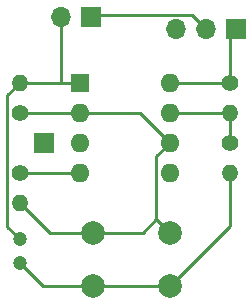
<source format=gtl>
%TF.GenerationSoftware,KiCad,Pcbnew,7.0.10*%
%TF.CreationDate,2024-01-13T01:29:39-05:00*%
%TF.ProjectId,555_toggle-switch,3535355f-746f-4676-976c-652d73776974,rev?*%
%TF.SameCoordinates,Original*%
%TF.FileFunction,Copper,L1,Top*%
%TF.FilePolarity,Positive*%
%FSLAX46Y46*%
G04 Gerber Fmt 4.6, Leading zero omitted, Abs format (unit mm)*
G04 Created by KiCad (PCBNEW 7.0.10) date 2024-01-13 01:29:39*
%MOMM*%
%LPD*%
G01*
G04 APERTURE LIST*
%TA.AperFunction,ComponentPad*%
%ADD10R,1.700000X1.700000*%
%TD*%
%TA.AperFunction,ComponentPad*%
%ADD11O,1.700000X1.700000*%
%TD*%
%TA.AperFunction,ComponentPad*%
%ADD12R,1.600000X1.600000*%
%TD*%
%TA.AperFunction,ComponentPad*%
%ADD13O,1.600000X1.600000*%
%TD*%
%TA.AperFunction,ComponentPad*%
%ADD14C,1.400000*%
%TD*%
%TA.AperFunction,ComponentPad*%
%ADD15O,1.400000X1.400000*%
%TD*%
%TA.AperFunction,ComponentPad*%
%ADD16C,1.200000*%
%TD*%
%TA.AperFunction,ComponentPad*%
%ADD17C,2.000000*%
%TD*%
%TA.AperFunction,Conductor*%
%ADD18C,0.250000*%
%TD*%
G04 APERTURE END LIST*
D10*
%TO.P,J2,1,Pin_1*%
%TO.N,Net-(J2-Pin_1)*%
X118872000Y-99060000D03*
%TD*%
%TO.P,SW2,1,A*%
%TO.N,+3V3*%
X135128000Y-89408000D03*
D11*
%TO.P,SW2,2,B*%
%TO.N,Net-(J1-Pin_1)*%
X132588000Y-89408000D03*
%TO.P,SW2,3,C*%
%TO.N,unconnected-(SW2-C-Pad3)*%
X130048000Y-89408000D03*
%TD*%
%TO.P,J1,2,Pin_2*%
%TO.N,GND*%
X120380000Y-88392000D03*
D10*
%TO.P,J1,1,Pin_1*%
%TO.N,Net-(J1-Pin_1)*%
X122920000Y-88392000D03*
%TD*%
D12*
%TO.P,U1,1,GND*%
%TO.N,GND*%
X121920000Y-93980000D03*
D13*
%TO.P,U1,2,TR*%
%TO.N,Net-(U1-THR)*%
X121920000Y-96520000D03*
%TO.P,U1,3,Q*%
%TO.N,Net-(J2-Pin_1)*%
X121920000Y-99060000D03*
%TO.P,U1,4,R*%
%TO.N,Net-(U1-R)*%
X121920000Y-101600000D03*
%TO.P,U1,5,CV*%
%TO.N,unconnected-(U1-CV-Pad5)*%
X129540000Y-101600000D03*
%TO.P,U1,6,THR*%
%TO.N,Net-(U1-THR)*%
X129540000Y-99060000D03*
%TO.P,U1,7,DIS*%
%TO.N,Net-(U1-DIS)*%
X129540000Y-96520000D03*
%TO.P,U1,8,VCC*%
%TO.N,+3V3*%
X129540000Y-93980000D03*
%TD*%
D14*
%TO.P,R4,1*%
%TO.N,Net-(U1-DIS)*%
X134620000Y-99060000D03*
D15*
%TO.P,R4,2*%
%TO.N,Net-(C2-Pad1)*%
X134620000Y-101600000D03*
%TD*%
D14*
%TO.P,R1,1*%
%TO.N,Net-(U1-THR)*%
X116840000Y-96520000D03*
D15*
%TO.P,R1,2*%
%TO.N,GND*%
X116840000Y-93980000D03*
%TD*%
D16*
%TO.P,C2,1*%
%TO.N,Net-(C2-Pad1)*%
X116840000Y-109220000D03*
%TO.P,C2,2*%
%TO.N,GND*%
X116840000Y-107220000D03*
%TD*%
D14*
%TO.P,R2,1*%
%TO.N,+3V3*%
X134620000Y-93980000D03*
D15*
%TO.P,R2,2*%
%TO.N,Net-(U1-DIS)*%
X134620000Y-96520000D03*
%TD*%
D14*
%TO.P,R3,1*%
%TO.N,Net-(U1-R)*%
X116840000Y-101600000D03*
D15*
%TO.P,R3,2*%
%TO.N,Net-(U1-THR)*%
X116840000Y-104140000D03*
%TD*%
D17*
%TO.P,SW1,1,1*%
%TO.N,Net-(U1-THR)*%
X123040000Y-106680000D03*
X129540000Y-106680000D03*
%TO.P,SW1,2,2*%
%TO.N,Net-(C2-Pad1)*%
X123040000Y-111180000D03*
X129540000Y-111180000D03*
%TD*%
D18*
%TO.N,Net-(J1-Pin_1)*%
X122920000Y-88392000D02*
X123079000Y-88233000D01*
X123079000Y-88233000D02*
X131413000Y-88233000D01*
X131413000Y-88233000D02*
X132588000Y-89408000D01*
%TO.N,GND*%
X120380000Y-93964000D02*
X120396000Y-93980000D01*
X120380000Y-88392000D02*
X120380000Y-93964000D01*
X120396000Y-93980000D02*
X121920000Y-93980000D01*
X116840000Y-93980000D02*
X120396000Y-93980000D01*
%TO.N,+3V3*%
X134620000Y-89916000D02*
X135128000Y-89408000D01*
X134620000Y-93980000D02*
X134620000Y-89916000D01*
%TO.N,Net-(U1-DIS)*%
X134620000Y-99060000D02*
X134620000Y-96520000D01*
%TO.N,+3V3*%
X129540000Y-93980000D02*
X134620000Y-93980000D01*
%TO.N,Net-(U1-DIS)*%
X129540000Y-96520000D02*
X134620000Y-96520000D01*
%TO.N,Net-(C2-Pad1)*%
X134620000Y-106100000D02*
X134620000Y-101600000D01*
X118800000Y-111180000D02*
X116840000Y-109220000D01*
X123040000Y-111180000D02*
X129540000Y-111180000D01*
X129540000Y-111180000D02*
X134620000Y-106100000D01*
X123040000Y-111180000D02*
X118800000Y-111180000D01*
%TO.N,GND*%
X115815000Y-95005000D02*
X115815000Y-106195000D01*
X115815000Y-106195000D02*
X116840000Y-107220000D01*
X116840000Y-93980000D02*
X115815000Y-95005000D01*
%TO.N,Net-(U1-THR)*%
X128415000Y-105555000D02*
X128415000Y-100185000D01*
X128415000Y-100185000D02*
X129540000Y-99060000D01*
X129540000Y-106680000D02*
X128415000Y-105555000D01*
X123040000Y-106680000D02*
X119380000Y-106680000D01*
X127290000Y-106680000D02*
X128415000Y-105555000D01*
X127000000Y-96520000D02*
X129540000Y-99060000D01*
X123040000Y-106680000D02*
X127290000Y-106680000D01*
X119380000Y-106680000D02*
X116840000Y-104140000D01*
X121920000Y-96520000D02*
X127000000Y-96520000D01*
X116840000Y-96520000D02*
X121920000Y-96520000D01*
%TO.N,Net-(U1-R)*%
X121920000Y-101600000D02*
X116840000Y-101600000D01*
%TD*%
M02*

</source>
